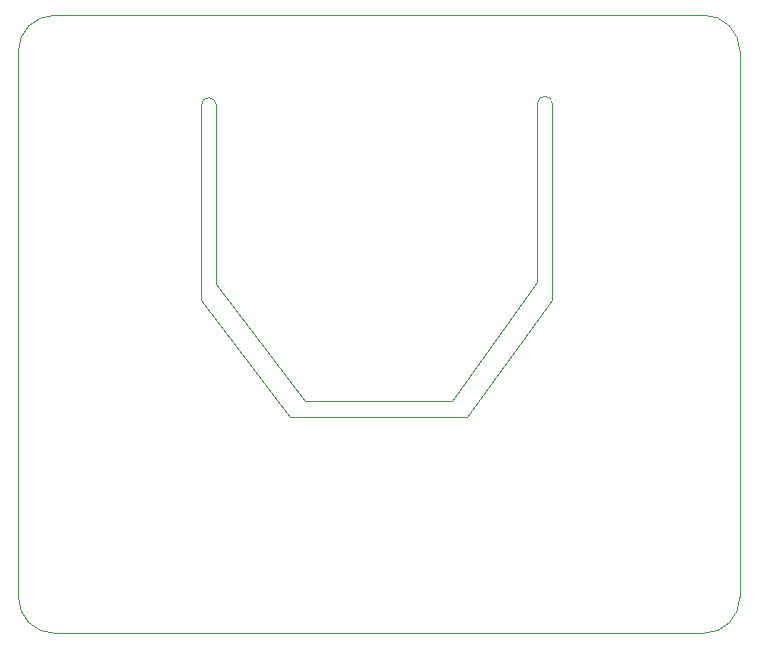
<source format=gbr>
%TF.GenerationSoftware,KiCad,Pcbnew,(5.1.7)-1*%
%TF.CreationDate,2021-02-24T18:30:15+01:00*%
%TF.ProjectId,Temperature-controller-with-ESP8266,54656d70-6572-4617-9475-72652d636f6e,rev?*%
%TF.SameCoordinates,Original*%
%TF.FileFunction,Profile,NP*%
%FSLAX46Y46*%
G04 Gerber Fmt 4.6, Leading zero omitted, Abs format (unit mm)*
G04 Created by KiCad (PCBNEW (5.1.7)-1) date 2021-02-24 18:30:15*
%MOMM*%
%LPD*%
G01*
G04 APERTURE LIST*
%TA.AperFunction,Profile*%
%ADD10C,0.050000*%
%TD*%
G04 APERTURE END LIST*
D10*
X122174000Y-91059000D02*
X122174000Y-46101000D01*
X137668000Y-65913000D02*
X145161000Y-75819000D01*
X160147000Y-75819000D02*
X167386000Y-65913000D01*
X138938000Y-64516000D02*
X146431000Y-74422000D01*
X158877000Y-74422000D02*
X166116000Y-64389000D01*
X137668000Y-49403000D02*
G75*
G02*
X138938000Y-49403000I635000J0D01*
G01*
X138938000Y-64516000D02*
X138938000Y-49403000D01*
X137668000Y-65913000D02*
X137668000Y-49403000D01*
X166116000Y-49276000D02*
G75*
G02*
X167386000Y-49276000I635000J0D01*
G01*
X167386000Y-65913000D02*
X167386000Y-49276000D01*
X166116000Y-64389000D02*
X166116000Y-49276000D01*
X145161000Y-75819000D02*
X160147000Y-75819000D01*
X146431000Y-74422000D02*
X158877000Y-74422000D01*
X179959000Y-94107000D02*
X180213000Y-94107000D01*
X125222000Y-94107000D02*
X179959000Y-94107000D01*
X180213000Y-41783000D02*
G75*
G02*
X183261000Y-44831000I0J-3048000D01*
G01*
X122174000Y-44831000D02*
G75*
G02*
X125222000Y-41783000I3048000J0D01*
G01*
X180213000Y-41783000D02*
X125222000Y-41783000D01*
X125222000Y-94107000D02*
G75*
G02*
X122174000Y-91059000I0J3048000D01*
G01*
X122174000Y-44831000D02*
X122174000Y-46101000D01*
X183261000Y-91059000D02*
X183261000Y-44831000D01*
X183261000Y-91059000D02*
G75*
G02*
X180213000Y-94107000I-3048000J0D01*
G01*
M02*

</source>
